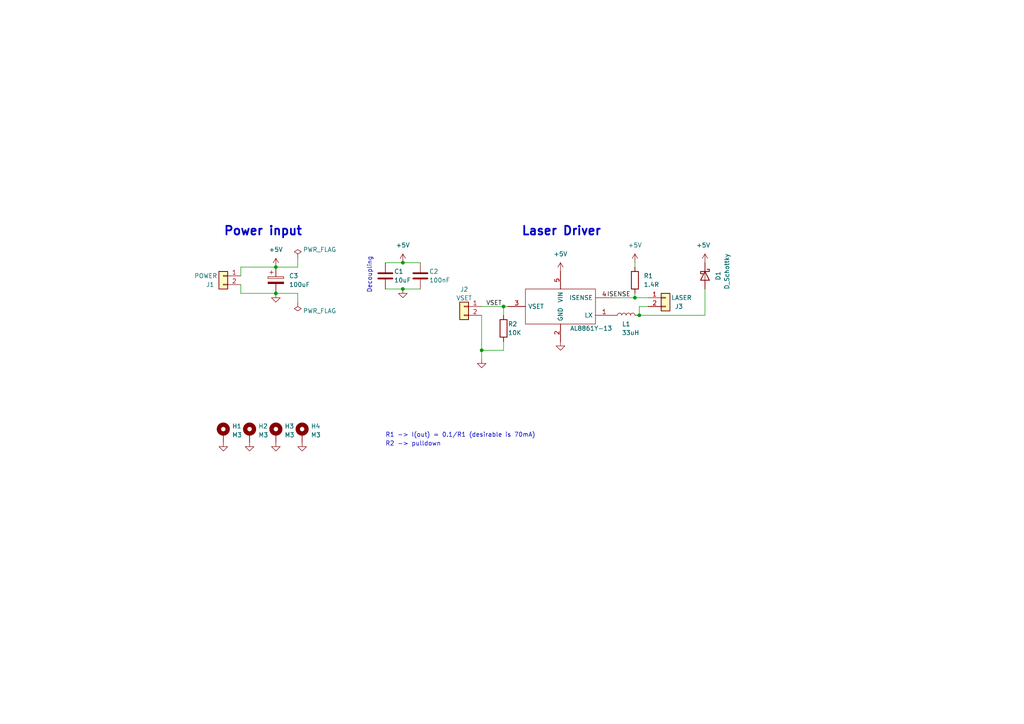
<source format=kicad_sch>
(kicad_sch (version 20211123) (generator eeschema)
  (paper "A4")
  (title_block (title "Laser Driver") (date "2022-08-27") (rev "1") (company "Adam Procházka VUT FIT "))
  (lib_symbols
    (symbol "AL8861Y-13:AL8861Y-13" (pin_names (offset 0.762))
      (property "Reference" "IC" (at 26.67 7.62 0))
      (property "Value" "AL8861Y-13" (at 26.67 5.08 0))
      (symbol "AL8861Y-13_0_0"
        (pin passive line (at 30.48 -5.08 180) (length 5.08) (name "LX") (number "1"))
        (pin passive line (at 15.24 -12.7 90) (length 5.08) (name "GND") (number "2"))
        (pin passive line (at 0 -2.54 0) (length 5.08) (name "VSET") (number "3"))
        (pin passive line (at 30.48 0 180) (length 5.08) (name "ISENSE") (number "4"))
        (pin passive line (at 15.24 7.62 270) (length 5.08) (name "VIN") (number "5"))
      )
      (symbol "AL8861Y-13_0_1"
        (polyline (pts (xy 5.08 2.54) (xy 25.4 2.54) (xy 25.4 -7.62) (xy 5.08 -7.62) (xy 5.08 2.54)) (stroke (width 0.1524)))
      )
    )
    (symbol "Connector_Generic:Conn_01x02" (pin_names (offset 1.016) hide)
      (property "Reference" "J" (at 0 2.54 0))
      (property "Value" "Conn_01x02" (at 0 -5.08 0))
      (symbol "Conn_01x02_1_1"
        (rectangle (start -1.27 -2.413) (end 0 -2.667) (stroke (width 0.1524)))
        (rectangle (start -1.27 0.127) (end 0 -0.127) (stroke (width 0.1524)))
        (rectangle (start -1.27 1.27) (end 1.27 -3.81) (stroke (width 0.254)) (fill (type background)))
        (pin passive line (at -5.08 0 0) (length 3.81) (name "Pin_1") (number "1"))
        (pin passive line (at -5.08 -2.54 0) (length 3.81) (name "Pin_2") (number "2"))
      )
    )
    (symbol "Device:C" (pin_numbers hide) (pin_names (offset 0.254))
      (property "Reference" "C" (at 0.635 2.54 0))
      (property "Value" "C" (at 0.635 -2.54 0))
      (symbol "C_0_1"
        (polyline (pts (xy -2.032 -0.762) (xy 2.032 -0.762)) (stroke (width 0.508)))
        (polyline (pts (xy -2.032 0.762) (xy 2.032 0.762)) (stroke (width 0.508)))
      )
      (symbol "C_1_1"
        (pin passive line (at 0 3.81 270) (length 2.794) (name "~") (number "1"))
        (pin passive line (at 0 -3.81 90) (length 2.794) (name "~") (number "2"))
      )
    )
    (symbol "Device:C_Polarized" (pin_numbers hide) (pin_names (offset 0.254))
      (property "Reference" "C" (at 0.635 2.54 0))
      (property "Value" "C_Polarized" (at 0.635 -2.54 0))
      (symbol "C_Polarized_0_1"
        (rectangle (start -2.286 0.508) (end 2.286 1.016))
        (polyline (pts (xy -1.778 2.286) (xy -0.762 2.286)))
        (polyline (pts (xy -1.27 2.794) (xy -1.27 1.778)))
        (rectangle (start 2.286 -0.508) (end -2.286 -1.016) (fill (type outline)))
      )
      (symbol "C_Polarized_1_1"
        (pin passive line (at 0 3.81 270) (length 2.794) (name "~") (number "1"))
        (pin passive line (at 0 -3.81 90) (length 2.794) (name "~") (number "2"))
      )
    )
    (symbol "Device:D_Schottky" (pin_numbers hide) (pin_names (offset 1.016) hide)
      (property "Reference" "D" (at 0 2.54 0))
      (property "Value" "D_Schottky" (at 0 -2.54 0))
      (symbol "D_Schottky_0_1"
        (polyline (pts (xy 1.27 0) (xy -1.27 0)))
        (polyline (pts (xy 1.27 1.27) (xy 1.27 -1.27) (xy -1.27 0) (xy 1.27 1.27)) (stroke (width 0.254)))
        (polyline (pts (xy -1.905 0.635) (xy -1.905 1.27) (xy -1.27 1.27) (xy -1.27 -1.27) (xy -0.635 -1.27) (xy -0.635 -0.635)) (stroke (width 0.254)))
      )
      (symbol "D_Schottky_1_1"
        (pin passive line (at -3.81 0 0) (length 2.54) (name "K") (number "1"))
        (pin passive line (at 3.81 0 180) (length 2.54) (name "A") (number "2"))
      )
    )
    (symbol "Device:L" (pin_numbers hide) (pin_names (offset 1.016) hide)
      (property "Reference" "L" (at -1.27 0 90))
      (property "Value" "L" (at 1.905 0 90))
      (symbol "L_0_1"
        (arc (start 0 -2.54) (mid 0.635 -1.905) (end 0 -1.27))
        (arc (start 0 -1.27) (mid 0.635 -0.635) (end 0 0))
        (arc (start 0 0) (mid 0.635 0.635) (end 0 1.27))
        (arc (start 0 1.27) (mid 0.635 1.905) (end 0 2.54))
      )
      (symbol "L_1_1"
        (pin passive line (at 0 3.81 270) (length 1.27) (name "1") (number "1"))
        (pin passive line (at 0 -3.81 90) (length 1.27) (name "2") (number "2"))
      )
    )
    (symbol "Device:R" (pin_numbers hide) (pin_names (offset 0))
      (property "Reference" "R" (at 2.032 0 90))
      (property "Value" "R" (at 0 0 90))
      (symbol "R_0_1"
        (rectangle (start -1.016 -2.54) (end 1.016 2.54) (stroke (width 0.254)))
      )
      (symbol "R_1_1"
        (pin passive line (at 0 3.81 270) (length 1.27) (name "~") (number "1"))
        (pin passive line (at 0 -3.81 90) (length 1.27) (name "~") (number "2"))
      )
    )
    (symbol "Mechanical:MountingHole_Pad" (pin_numbers hide) (pin_names (offset 1.016) hide)
      (property "Reference" "H" (at 0 6.35 0))
      (property "Value" "MountingHole_Pad" (at 0 4.445 0))
      (symbol "MountingHole_Pad_0_1"
        (circle (center 0 1.27) (radius 1.27) (stroke (width 1.27)))
      )
      (symbol "MountingHole_Pad_1_1"
        (pin input line (at 0 -2.54 90) (length 2.54) (name "1") (number "1"))
      )
    )
    (symbol "power:+5V" (power) (pin_names (offset 0))
      (property "Value" "+5V" (at 0 3.556 0))
      (symbol "+5V_0_1"
        (polyline (pts (xy -0.762 1.27) (xy 0 2.54)))
        (polyline (pts (xy 0 0) (xy 0 2.54)))
        (polyline (pts (xy 0 2.54) (xy 0.762 1.27)))
      )
      (symbol "+5V_1_1"
        (pin power_in line (at 0 0 90) (length 0) hide (name "+5V") (number "1"))
      )
    )
    (symbol "power:GND" (power) (pin_names (offset 0))
      (property "Value" "GND" (at 0 -3.81 0))
      (symbol "GND_0_1"
        (polyline (pts (xy 0 0) (xy 0 -1.27) (xy 1.27 -1.27) (xy 0 -2.54) (xy -1.27 -1.27) (xy 0 -1.27)))
      )
      (symbol "GND_1_1"
        (pin power_in line (at 0 0 270) (length 0) hide (name "GND") (number "1"))
      )
    )
    (symbol "power:PWR_FLAG" (power) (pin_numbers hide) (pin_names (offset 0) hide)
      (property "Value" "PWR_FLAG" (at 0 3.81 0))
      (symbol "PWR_FLAG_0_0"
        (pin power_out line (at 0 0 90) (length 0) (name "pwr") (number "1"))
      )
      (symbol "PWR_FLAG_0_1"
        (polyline (pts (xy 0 0) (xy 0 1.27) (xy -1.016 1.905) (xy 0 2.54) (xy 1.016 1.905) (xy 0 1.27)))
      )
    )
  )
  (junction (at 185.42 91.44))
  (junction (at 116.84 83.82))
  (junction (at 116.84 76.2))
  (junction (at 80.01 77.47))
  (junction (at 80.01 85.09))
  (junction (at 184.15 86.36))
  (junction (at 139.7 101.6))
  (junction (at 146.05 88.9))
  (wire (pts (xy 111.76 76.2) (xy 116.84 76.2)))
  (wire (pts (xy 139.7 101.6) (xy 139.7 104.14)))
  (wire (pts (xy 185.42 88.9) (xy 185.42 91.44)))
  (wire (pts (xy 69.85 85.09) (xy 80.01 85.09)))
  (wire (pts (xy 116.84 83.82) (xy 111.76 83.82)))
  (wire (pts (xy 139.7 101.6) (xy 146.05 101.6)))
  (wire (pts (xy 146.05 101.6) (xy 146.05 99.06)))
  (wire (pts (xy 69.85 80.01) (xy 69.85 77.47)))
  (wire (pts (xy 185.42 88.9) (xy 187.96 88.9)))
  (wire (pts (xy 80.01 77.47) (xy 86.36 77.47)))
  (wire (pts (xy 184.15 76.2) (xy 184.15 77.47)))
  (wire (pts (xy 204.47 83.82) (xy 204.47 91.44)))
  (wire (pts (xy 139.7 91.44) (xy 139.7 101.6)))
  (wire (pts (xy 86.36 87.63) (xy 86.36 85.09)))
  (wire (pts (xy 184.15 86.36) (xy 184.15 85.09)))
  (wire (pts (xy 146.05 88.9) (xy 147.32 88.9)))
  (wire (pts (xy 69.85 77.47) (xy 80.01 77.47)))
  (wire (pts (xy 185.42 91.44) (xy 204.47 91.44)))
  (wire (pts (xy 80.01 85.09) (xy 86.36 85.09)))
  (wire (pts (xy 187.96 86.36) (xy 184.15 86.36)))
  (wire (pts (xy 86.36 74.93) (xy 86.36 77.47)))
  (wire (pts (xy 139.7 88.9) (xy 146.05 88.9)))
  (wire (pts (xy 116.84 83.82) (xy 121.92 83.82)))
  (wire (pts (xy 146.05 88.9) (xy 146.05 91.44)))
  (wire (pts (xy 177.8 86.36) (xy 184.15 86.36)))
  (wire (pts (xy 116.84 76.2) (xy 121.92 76.2)))
  (wire (pts (xy 69.85 82.55) (xy 69.85 85.09)))
  (text "R2 -> pulldown" (at 111.76 129.54 0) (effects (font (size 1.27 1.27)) (justify left bottom)))
  (text "R1 -> I(out) = 0.1/R1 (desirable is 70mA)" (at 111.76 127 0) (effects (font (size 1.27 1.27)) (justify left bottom)))
  (text "Decoupling" (at 107.95 85.09 90) (effects (font (size 1.27 1.27)) (justify left bottom)))
  (text "Laser Driver" (at 151.13 68.58 0) (effects (font (size 2.5 2.5) (thickness 0.5) bold) (justify left bottom)))
  (text "Power input" (at 64.77 68.58 0) (effects (font (size 2.5 2.5) (thickness 0.5) bold) (justify left bottom)))
  (label "VSET" (at 140.97 88.9 0))
  (label "ISENSE" (at 182.88 86.36 180))
  (symbol (lib_id "power:GND") (at 64.77 128.27 0) (unit 1)
    (property "Reference" "#PWR0111" (effects hide))
    (property "Value" "GND" (effects hide))
  )
  (symbol (lib_id "power:GND") (at 162.56 99.06 0) (unit 1)
    (property "Reference" "#PWR0109" (effects hide))
    (property "Value" "GND" (effects hide))
  )
  (symbol (lib_id "Mechanical:MountingHole_Pad") (at 72.39 125.73 0) (unit 1)
    (property "Reference" "H2" (at 74.93 123.6253 0) (effects (justify left)))
    (property "Value" "M3" (at 74.93 126.1622 0) (effects (justify left)))
    (property "Footprint" "MountingHole:MountingHole_3.2mm_M3_Pad_Via" (effects hide))
  )
  (symbol (lib_id "Device:R") (at 184.15 81.28 0) (unit 1)
    (property "Reference" "R1" (at 186.69 80.0099 0) (effects (justify left)))
    (property "Value" "1.4R" (at 186.69 82.5499 0) (effects (justify left)))
    (property "Footprint" "Resistor_SMD:R_1206_3216Metric_Pad1.30x1.75mm_HandSolder" (effects hide))
    (property "Datasheet" "https://cz.mouser.com/datasheet/2/427/crcwhpe3-1713858.pdf" (effects hide))
    (property "Description" "Pulse Proof, High Power Thick Film Chip Resistors" (effects hide))
    (property "Height" "0.5" (effects hide))
    (property "Manufacturer_Name" "Vishay" (effects hide))
    (property "Manufacturer_Part_Number" "CRCW12061R40FKEAHP" (effects hide))
    (property "Mouser Part Number" "71-CRCW12061R40FKEAH" (effects hide))
    (property "Mouser Price/Stock" "https://cz.mouser.com/ProductDetail/Vishay-Dale/CRCW12061R40FKEAHP?qs=sGAEpiMZZMtlubZbdhIBIKX7RhrzB5EAcpOpcfNegIg%3D" (effects hide))
  )
  (symbol (lib_id "power:GND") (at 80.01 85.09 0) (unit 1)
    (property "Reference" "#PWR0104" (effects hide))
    (property "Value" "GND" (effects hide))
  )
  (symbol (lib_id "Device:C") (at 111.76 80.01 0) (unit 1)
    (property "Reference" "C1" (at 114.3 78.74 0) (effects (justify left)))
    (property "Value" "10uF" (at 114.3 81.28 0) (effects (justify left)))
    (property "Footprint" "Capacitor_SMD:C_1206_3216Metric_Pad1.33x1.80mm_HandSolder" (effects hide))
    (property "Datasheet" "https://cz.mouser.com/datasheet/2/40/AVXC_S_A0011739160_1-2538294.pdf" (effects hide))
    (property "Description" "Niobium Oxide Capacitor - low ESR" (effects hide))
    (property "Height" "1.6" (effects hide))
    (property "Manufacturer_Name" "Kyocera AVX" (effects hide))
    (property "Manufacturer_Part_Number" "NOSA106M006R0800" (effects hide))
    (property "Mouser Part Number" "581-NOSA106M006R0800" (effects hide))
    (property "Mouser Price/Stock" "https://cz.mouser.com/ProductDetail/Kyocera-AVX/NOSA106M006R0800?qs=lf4nBRBu87N2KPP%2FFTCh%2Fg%3D%3D" (effects hide))
  )
  (symbol (lib_id "AL8861Y-13:AL8861Y-13") (at 147.32 86.36 0) (unit 1)
    (property "Reference" "U0" (effects hide))
    (property "Value" "AL8861Y-13" (at 171.45 95.25 0))
    (property "Footprint" "Package_TO_SOT_SMD:SOT-89-5" (effects hide))
    (property "Datasheet" "https://www.diodes.com/assets/Datasheets/AL8861.pdf" (effects hide))
    (property "Manufacturer_Name" "Diodes Inc." (effects hide))
    (property "Description" "LED Lighting Drivers LED MV Int Switch" (effects hide))
    (property "Mouser Part Number" "621-AL8861Y-13" (effects hide))
    (property "Mouser Price/Stock" "https://www.mouser.co.uk/ProductDetail/Diodes-Incorporated/AL8861Y-13?qs=5666Nh5RPmZ5OdrCTpVMTQ%3D%3D" (effects hide))
    (property "Manufacturer_Part_Number" "AL8861Y-13" (effects hide))
  )
  (symbol (lib_id "Mechanical:MountingHole_Pad") (at 87.63 125.73 0) (unit 1)
    (property "Reference" "H4" (at 90.17 123.6253 0) (effects (justify left)))
    (property "Value" "M3" (at 90.17 126.1622 0) (effects (justify left)))
    (property "Footprint" "MountingHole:MountingHole_3.2mm_M3_Pad_Via" (effects hide))
  )
  (symbol (lib_id "Device:C_Polarized") (at 80.01 81.28 0) (unit 1)
    (property "Reference" "C3" (at 83.82 80.01 0) (effects (justify left)))
    (property "Value" "100uF" (at 83.82 82.55 0) (effects (justify left)))
    (property "Footprint" "Capacitor_SMD:CP_Elec_5x5.3" (effects hide))
    (property "Datasheet" "https://cz.mouser.com/datasheet/2/445/865080142007-1726600.pdf" (effects hide))
    (property "Description" "Electrolytic capacitor" (effects hide))
    (property "Manufacturer_Name" "Wurth Elektronik" (effects hide))
    (property "Manufacturer_Part_Number" "865080142007" (effects hide))
    (property "Mouser Part Number" "710-865080142007" (effects hide))
    (property "Mouser Price/Stock" "https://cz.mouser.com/ProductDetail/Wurth-Elektronik/865080142007?qs=0KOYDY2FL2%2Fwso3YmuIP2w%3D%3D" (effects hide))
  )
  (symbol (lib_id "power:GND") (at 139.7 104.14 0) (unit 1)
    (property "Reference" "#PWR0101" (effects hide))
    (property "Value" "GND" (effects hide))
  )
  (symbol (lib_id "Device:R") (at 146.05 95.25 0) (unit 1)
    (property "Reference" "R2" (at 147.32 93.98 0) (effects (justify left)))
    (property "Value" "10K" (at 147.32 96.52 0) (effects (justify left)))
    (property "Footprint" "Resistor_SMD:R_1206_3216Metric_Pad1.30x1.75mm_HandSolder" (effects hide))
    (property "Datasheet" "https://cz.mouser.com/datasheet/2/427/crma-1765222.pdf" (effects hide))
    (property "Description" "Thick Film Chip Resistors, High Voltage" (effects hide))
    (property "Height" "0.64" (effects hide))
    (property "Manufacturer_Name" "Vishay" (effects hide))
    (property "Manufacturer_Part_Number" "CRMA1206AF10M0DKEF" (effects hide))
    (property "Mouser Part Number" "71-CRMA1206AF10M0DKF" (effects hide))
    (property "Mouser Price/Stock" "https://cz.mouser.com/ProductDetail/Vishay/CRMA1206AF10M0DKEF?qs=sGAEpiMZZMtlubZbdhIBIBxun8lRlHAq%2FIz2krH0LIo%3D" (effects hide))
  )
  (symbol (lib_id "Device:C") (at 121.92 80.01 0) (unit 1)
    (property "Reference" "C2" (at 124.46 78.74 0) (effects (justify left)))
    (property "Value" "100nF" (at 124.46 81.28 0) (effects (justify left)))
    (property "Footprint" "Capacitor_SMD:C_1206_3216Metric_Pad1.33x1.80mm_HandSolder" (effects hide))
    (property "Datasheet" "https://cz.mouser.com/datasheet/2/40/cx5r-776519.pdf" (effects hide))
    (property "Description" "General Purpose Dielectric for Ceramic Capacitors" (effects hide))
    (property "Manufacturer_Name" "Kyocera AVX" (effects hide))
    (property "Manufacturer_Part_Number" "12066D104KAT4A" (effects hide))
    (property "Mouser Part Number" "581-12066D104KAT4A" (effects hide))
    (property "Mouser Price/Stock" "https://cz.mouser.com/ProductDetail/Kyocera-AVX/12066D104KAT4A?qs=np9tehfYv7O1LpY%2FkoBbBg%3D%3D" (effects hide))
  )
  (symbol (lib_id "Device:L") (at 181.61 91.44 90) (unit 1)
    (property "Reference" "L1" (at 181.61 93.98 90))
    (property "Value" "33uH" (at 182.88 96.52 90))
    (property "Footprint" "Custom:4800S" (effects hide))
    (property "Datasheet" "https://search.murata.co.jp/Ceramy/image/img/P02A/kmp_4800s.pdf" (effects hide))
    (property "Description" "Shielded Surface Mount Power Inductor" (effects hide))
    (property "Height" "6" (effects hide))
    (property "Manufacturer_Name" "Murata" (effects hide))
    (property "Manufacturer_Part_Number" "48330SC" (effects hide))
    (property "Mouser Part Number" "580-48330SC" (effects hide))
    (property "Mouser Price/Stock" "https://cz.mouser.com/ProductDetail/Murata-Power-Solutions/48330SC?qs=ocmcTMnGEDhjG7rGQPBfBw%3D%3D" (effects hide))
  )
  (symbol (lib_id "power:+5V") (at 116.84 76.2 0) (unit 1)
    (property "Reference" "#PWR0105" (effects hide))
    (property "Value" "+5V" (at 116.84 71.12 0))
  )
  (symbol (lib_id "power:PWR_FLAG") (at 86.36 74.93 0) (unit 1)
    (property "Reference" "#FLG0101" (effects hide))
    (property "Value" "PWR_FLAG" (at 92.71 72.39 0))
  )
  (symbol (lib_id "power:PWR_FLAG") (at 86.36 87.63 180) (unit 1)
    (property "Reference" "#FLG0102" (effects hide))
    (property "Value" "PWR_FLAG" (at 92.71 90.17 0))
  )
  (symbol (lib_id "Mechanical:MountingHole_Pad") (at 64.77 125.73 0) (unit 1)
    (property "Reference" "H1" (at 67.31 123.6253 0) (effects (justify left)))
    (property "Value" "M3" (at 67.31 126.1622 0) (effects (justify left)))
    (property "Footprint" "MountingHole:MountingHole_3.2mm_M3_Pad_Via" (effects hide))
  )
  (symbol (lib_id "Device:D_Schottky") (at 204.47 80.01 270) (unit 1)
    (property "Reference" "D1" (at 208.28 80.01 0))
    (property "Value" "D_Schottky" (at 210.82 78.74 0))
    (property "Footprint" "Diode_SMD:D_SOD-123F" (effects hide))
    (property "Datasheet" "https://cz.mouser.com/datasheet/2/427/sl02-2898123.pdf" (effects hide))
    (property "Description" "Schottky Rectifier Surface-Mount " (effects hide))
    (property "Manufacturer_Name" "Vishay" (effects hide))
    (property "Manufacturer_Part_Number" "SL02-GS08" (effects hide))
    (property "Mouser Part Number" "78-SL02" (effects hide))
    (property "Mouser Price/Stock" "https://cz.mouser.com/ProductDetail/Vishay-Semiconductors/SL02-GS08?qs=VyI7xC7jlbxcLcoe289VUw%3D%3D" (effects hide))
  )
  (symbol (lib_id "Connector_Generic:Conn_01x02") (at 134.62 88.9 0) (mirror y) (unit 1)
    (property "Reference" "J2" (at 134.62 83.9302 0))
    (property "Value" "VSET" (at 134.62 86.4671 0))
    (property "Footprint" "Connector_Molex:Molex_Nano-Fit_105313-xx02_1x02_P2.50mm_Horizontal" (effects hide))
  )
  (symbol (lib_id "power:GND") (at 116.84 83.82 0) (unit 1)
    (property "Reference" "#PWR0106" (effects hide))
    (property "Value" "GND" (effects hide))
  )
  (symbol (lib_id "power:+5V") (at 184.15 76.2 0) (unit 1)
    (property "Reference" "#PWR0108" (effects hide))
    (property "Value" "+5V" (at 184.15 71.12 0))
  )
  (symbol (lib_id "Connector_Generic:Conn_01x02") (at 64.77 80.01 0) (mirror y) (unit 1)
    (property "Reference" "J1" (at 60.96 82.55 0))
    (property "Value" "POWER" (at 59.69 80.01 0))
    (property "Footprint" "Connector_Molex:Molex_Nano-Fit_105313-xx02_1x02_P2.50mm_Horizontal" (effects hide))
  )
  (symbol (lib_id "power:+5V") (at 80.01 77.47 0) (unit 1)
    (property "Reference" "#PWR0107" (effects hide))
    (property "Value" "+5V" (at 80.01 72.39 0))
  )
  (symbol (lib_id "power:GND") (at 72.39 128.27 0) (unit 1)
    (property "Reference" "#PWR0112" (effects hide))
    (property "Value" "GND" (effects hide))
  )
  (symbol (lib_id "power:+5V") (at 204.47 76.2 0) (unit 1)
    (property "Reference" "#PWR0102" (effects hide))
    (property "Value" "+5V" (at 201.93 71.12 0) (effects (justify left)))
  )
  (symbol (lib_id "Connector_Generic:Conn_01x02") (at 193.04 86.36 0) (unit 1)
    (property "Reference" "J3" (at 198.12 88.9 0) (effects (justify right)))
    (property "Value" "LASER" (at 200.66 86.36 0) (effects (justify right)))
    (property "Footprint" "Connector_Molex:Molex_Nano-Fit_105313-xx02_1x02_P2.50mm_Horizontal" (effects hide))
  )
  (symbol (lib_id "Mechanical:MountingHole_Pad") (at 80.01 125.73 0) (unit 1)
    (property "Reference" "H3" (at 82.55 123.6253 0) (effects (justify left)))
    (property "Value" "M3" (at 82.55 126.1622 0) (effects (justify left)))
    (property "Footprint" "MountingHole:MountingHole_3.2mm_M3_Pad_Via" (effects hide))
  )
  (symbol (lib_id "power:GND") (at 80.01 128.27 0) (unit 1)
    (property "Reference" "#PWR0110" (effects hide))
    (property "Value" "GND" (effects hide))
  )
  (symbol (lib_id "power:+5V") (at 162.56 78.74 0) (unit 1)
    (property "Reference" "#PWR0103" (effects hide))
    (property "Value" "+5V" (at 162.56 73.66 0))
  )
  (symbol (lib_id "power:GND") (at 87.63 128.27 0) (unit 1)
    (property "Reference" "#PWR0113" (effects hide))
    (property "Value" "GND" (effects hide))
  )
)
</source>
